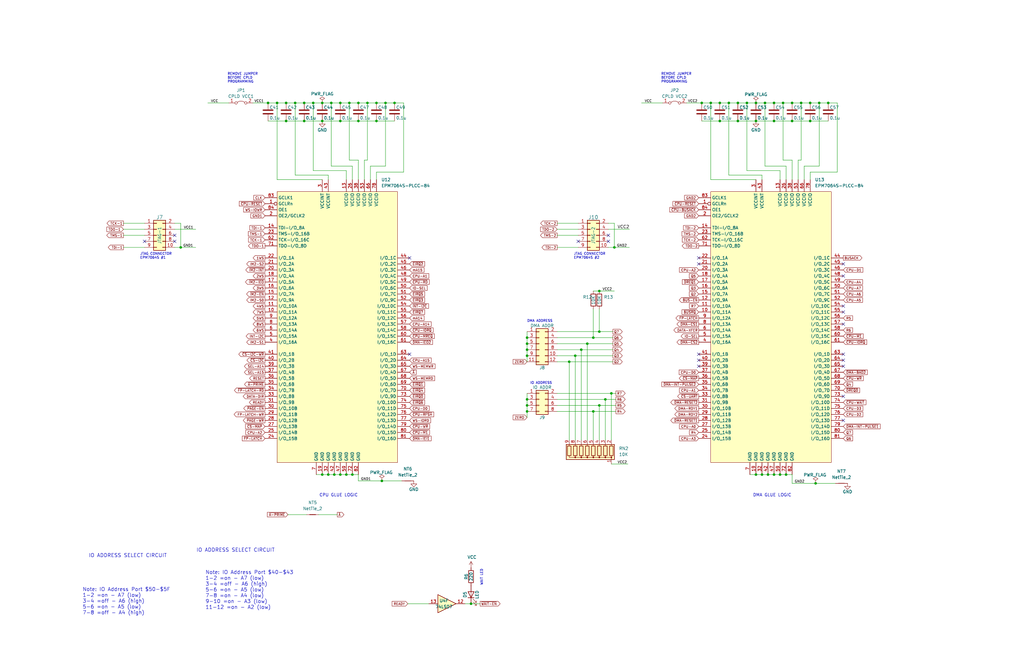
<source format=kicad_sch>
(kicad_sch (version 20211123) (generator eeschema)
  (paper "B")
  (junction (at 222.25 147.574))
  (junction (at 132.08 43.434))
  (junction (at 318.77 200.279))
  (junction (at 257.81 165.989))
  (junction (at 259.08 104.394))
  (junction (at 161.036 202.946))
  (junction (at 135.89 51.054))
  (junction (at 311.15 43.434))
  (junction (at 222.25 150.114))
  (junction (at 252.73 122.809))
  (junction (at 116.84 43.434))
  (junction (at 76.2 104.394))
  (junction (at 345.44 43.434))
  (junction (at 162.56 43.434))
  (junction (at 151.13 43.434))
  (junction (at 143.51 200.279))
  (junction (at 135.89 43.434))
  (junction (at 321.31 200.279))
  (junction (at 318.77 43.434))
  (junction (at 337.82 43.434))
  (junction (at 303.53 51.054))
  (junction (at 222.25 171.069))
  (junction (at 311.15 51.054))
  (junction (at 326.39 200.279))
  (junction (at 166.37 43.434))
  (junction (at 307.34 43.434))
  (junction (at 158.75 43.434))
  (junction (at 314.96 43.434))
  (junction (at 330.2 43.434))
  (junction (at 252.73 139.954))
  (junction (at 349.25 43.434))
  (junction (at 146.05 200.279))
  (junction (at 322.58 43.434))
  (junction (at 154.94 43.434))
  (junction (at 323.85 200.279))
  (junction (at 255.27 168.529))
  (junction (at 138.43 200.279))
  (junction (at 222.25 168.529))
  (junction (at 331.47 200.279))
  (junction (at 295.91 43.434))
  (junction (at 328.93 200.279))
  (junction (at 120.65 51.054))
  (junction (at 326.39 43.434))
  (junction (at 158.75 51.054))
  (junction (at 318.77 51.054))
  (junction (at 124.46 43.434))
  (junction (at 148.59 200.279))
  (junction (at 334.01 43.434))
  (junction (at 303.53 43.434))
  (junction (at 341.63 43.434))
  (junction (at 222.25 142.494))
  (junction (at 247.65 145.034))
  (junction (at 240.03 152.654))
  (junction (at 222.25 173.609))
  (junction (at 135.89 200.279))
  (junction (at 252.73 171.069))
  (junction (at 242.57 150.114))
  (junction (at 334.01 51.054))
  (junction (at 120.65 43.434))
  (junction (at 140.97 200.279))
  (junction (at 245.11 147.574))
  (junction (at 143.51 51.054))
  (junction (at 143.51 43.434))
  (junction (at 341.63 51.054))
  (junction (at 151.13 51.054))
  (junction (at 250.19 173.609))
  (junction (at 250.19 142.494))
  (junction (at 222.25 145.034))
  (junction (at 128.27 51.054))
  (junction (at 326.39 51.054))
  (junction (at 198.628 254.762))
  (junction (at 139.7 43.434))
  (junction (at 343.916 203.962))
  (junction (at 147.32 43.434))
  (junction (at 299.72 43.434))
  (junction (at 128.27 43.434))
  (junction (at 113.03 43.434))
  (no_connect (at 256.54 99.314))
  (no_connect (at 294.64 152.019))
  (no_connect (at 60.96 101.854))
  (no_connect (at 355.6 167.259))
  (no_connect (at 294.64 154.559))
  (no_connect (at 355.6 116.459))
  (no_connect (at 355.6 129.159))
  (no_connect (at 355.6 136.779))
  (no_connect (at 172.72 149.479))
  (no_connect (at 355.6 149.479))
  (no_connect (at 294.64 111.379))
  (no_connect (at 355.6 131.699))
  (no_connect (at 256.54 101.854))
  (no_connect (at 73.66 101.854))
  (no_connect (at 355.6 177.419))
  (no_connect (at 243.84 101.854))
  (no_connect (at 73.66 99.314))
  (no_connect (at 294.64 149.479))
  (no_connect (at 172.72 108.839))
  (no_connect (at 355.6 152.019))
  (no_connect (at 355.6 111.379))
  (no_connect (at 355.6 154.559))
  (no_connect (at 294.64 108.839))
  (wire (pts (xy 222.25 145.034) (xy 222.25 147.574)))
  (wire (pts (xy 311.15 51.054) (xy 318.77 51.054)))
  (wire (pts (xy 250.19 130.429) (xy 250.19 142.494)))
  (wire (pts (xy 151.13 202.946) (xy 161.036 202.946)))
  (wire (pts (xy 222.25 142.494) (xy 222.25 145.034)))
  (wire (pts (xy 162.56 43.434) (xy 162.56 70.104)))
  (wire (pts (xy 242.57 150.114) (xy 258.445 150.114)))
  (wire (pts (xy 299.72 43.434) (xy 299.72 75.819)))
  (wire (pts (xy 138.43 200.279) (xy 140.97 200.279)))
  (wire (pts (xy 240.03 152.654) (xy 258.445 152.654)))
  (wire (pts (xy 148.59 75.819) (xy 148.59 70.104)))
  (wire (pts (xy 336.55 75.819) (xy 336.55 67.564)))
  (wire (pts (xy 116.84 43.434) (xy 120.65 43.434)))
  (wire (pts (xy 60.96 94.234) (xy 52.07 94.234)))
  (wire (pts (xy 151.13 67.564) (xy 151.13 75.819)))
  (wire (pts (xy 147.32 43.434) (xy 151.13 43.434)))
  (wire (pts (xy 222.25 173.609) (xy 222.25 176.149)))
  (wire (pts (xy 147.32 43.434) (xy 147.32 67.564)))
  (wire (pts (xy 133.35 200.279) (xy 135.89 200.279)))
  (wire (pts (xy 318.77 200.279) (xy 321.31 200.279)))
  (wire (pts (xy 143.51 51.054) (xy 151.13 51.054)))
  (wire (pts (xy 120.65 43.434) (xy 124.46 43.434)))
  (wire (pts (xy 134.366 217.17) (xy 142.24 217.17)))
  (wire (pts (xy 242.57 150.114) (xy 242.57 185.674)))
  (wire (pts (xy 156.21 70.104) (xy 156.21 75.819)))
  (wire (pts (xy 330.2 67.564) (xy 334.01 67.564)))
  (wire (pts (xy 158.75 43.434) (xy 162.56 43.434)))
  (wire (pts (xy 135.89 51.054) (xy 143.51 51.054)))
  (wire (pts (xy 196.088 254.762) (xy 198.628 254.762)))
  (wire (pts (xy 124.46 73.914) (xy 124.46 43.434)))
  (wire (pts (xy 331.47 75.819) (xy 331.47 70.104)))
  (wire (pts (xy 334.01 43.434) (xy 337.82 43.434)))
  (wire (pts (xy 87.63 43.434) (xy 96.52 43.434)))
  (wire (pts (xy 257.81 165.989) (xy 257.81 185.674)))
  (wire (pts (xy 252.73 171.069) (xy 252.73 185.674)))
  (wire (pts (xy 252.73 122.809) (xy 259.08 122.809)))
  (wire (pts (xy 121.412 217.17) (xy 129.286 217.17)))
  (wire (pts (xy 146.05 200.279) (xy 148.59 200.279)))
  (wire (pts (xy 316.23 200.279) (xy 318.77 200.279)))
  (wire (pts (xy 255.27 168.529) (xy 255.27 185.674)))
  (wire (pts (xy 259.715 171.069) (xy 252.73 171.069)))
  (wire (pts (xy 314.96 72.009) (xy 328.93 72.009)))
  (wire (pts (xy 341.63 51.054) (xy 349.25 51.054)))
  (wire (pts (xy 334.01 67.564) (xy 334.01 75.819)))
  (wire (pts (xy 318.77 51.054) (xy 326.39 51.054)))
  (wire (pts (xy 250.19 173.609) (xy 234.95 173.609)))
  (wire (pts (xy 349.25 43.434) (xy 353.06 43.434)))
  (wire (pts (xy 52.07 99.314) (xy 60.96 99.314)))
  (wire (pts (xy 334.01 51.054) (xy 341.63 51.054)))
  (wire (pts (xy 259.715 173.609) (xy 250.19 173.609)))
  (wire (pts (xy 147.32 67.564) (xy 151.13 67.564)))
  (wire (pts (xy 259.08 104.394) (xy 265.43 104.394)))
  (wire (pts (xy 166.37 43.434) (xy 170.18 43.434)))
  (wire (pts (xy 256.54 96.774) (xy 265.43 96.774)))
  (wire (pts (xy 234.95 147.574) (xy 245.11 147.574)))
  (wire (pts (xy 151.13 51.054) (xy 158.75 51.054)))
  (wire (pts (xy 307.34 73.914) (xy 307.34 43.434)))
  (wire (pts (xy 345.44 43.434) (xy 345.44 70.104)))
  (wire (pts (xy 234.95 139.954) (xy 252.73 139.954)))
  (wire (pts (xy 334.01 203.962) (xy 343.916 203.962)))
  (wire (pts (xy 222.25 168.529) (xy 222.25 171.069)))
  (wire (pts (xy 73.66 94.234) (xy 76.2 94.234)))
  (wire (pts (xy 303.53 43.434) (xy 307.34 43.434)))
  (wire (pts (xy 245.11 147.574) (xy 245.11 185.674)))
  (wire (pts (xy 120.65 51.054) (xy 128.27 51.054)))
  (wire (pts (xy 234.95 165.989) (xy 257.81 165.989)))
  (wire (pts (xy 299.72 75.819) (xy 318.77 75.819)))
  (wire (pts (xy 171.958 254.762) (xy 180.848 254.762)))
  (wire (pts (xy 132.08 43.434) (xy 132.08 72.009)))
  (wire (pts (xy 234.95 104.394) (xy 243.84 104.394)))
  (wire (pts (xy 138.43 73.914) (xy 124.46 73.914)))
  (wire (pts (xy 336.55 67.564) (xy 337.82 67.564)))
  (wire (pts (xy 311.15 43.434) (xy 314.96 43.434)))
  (wire (pts (xy 154.94 43.434) (xy 158.75 43.434)))
  (wire (pts (xy 321.31 75.819) (xy 321.31 73.914)))
  (wire (pts (xy 202.438 254.762) (xy 198.628 254.762)))
  (wire (pts (xy 321.31 73.914) (xy 307.34 73.914)))
  (wire (pts (xy 148.59 70.104) (xy 139.7 70.104)))
  (wire (pts (xy 341.63 43.434) (xy 345.44 43.434)))
  (wire (pts (xy 337.82 67.564) (xy 337.82 43.434)))
  (wire (pts (xy 255.27 168.529) (xy 259.715 168.529)))
  (wire (pts (xy 139.7 43.434) (xy 143.51 43.434)))
  (wire (pts (xy 151.13 43.434) (xy 154.94 43.434)))
  (wire (pts (xy 250.19 173.609) (xy 250.19 185.674)))
  (wire (pts (xy 143.51 200.279) (xy 146.05 200.279)))
  (wire (pts (xy 76.2 94.234) (xy 76.2 104.394)))
  (wire (pts (xy 146.05 72.009) (xy 146.05 75.819)))
  (wire (pts (xy 341.63 75.819) (xy 341.63 72.644)))
  (wire (pts (xy 353.06 72.644) (xy 353.06 43.434)))
  (wire (pts (xy 162.56 43.434) (xy 166.37 43.434)))
  (wire (pts (xy 318.77 43.434) (xy 322.58 43.434)))
  (wire (pts (xy 128.27 51.054) (xy 135.89 51.054)))
  (wire (pts (xy 234.95 99.314) (xy 243.84 99.314)))
  (wire (pts (xy 222.25 139.954) (xy 222.25 142.494)))
  (wire (pts (xy 259.08 94.234) (xy 259.08 104.394)))
  (wire (pts (xy 161.036 202.946) (xy 169.418 202.946)))
  (wire (pts (xy 257.81 195.834) (xy 264.795 195.834)))
  (wire (pts (xy 256.54 94.234) (xy 259.08 94.234)))
  (wire (pts (xy 341.63 72.644) (xy 353.06 72.644)))
  (wire (pts (xy 328.93 200.279) (xy 331.47 200.279)))
  (wire (pts (xy 116.84 43.434) (xy 116.84 75.819)))
  (wire (pts (xy 326.39 200.279) (xy 328.93 200.279)))
  (wire (pts (xy 295.91 43.434) (xy 299.72 43.434)))
  (wire (pts (xy 113.03 43.434) (xy 116.84 43.434)))
  (wire (pts (xy 135.89 200.279) (xy 138.43 200.279)))
  (wire (pts (xy 158.75 75.819) (xy 158.75 72.644)))
  (wire (pts (xy 295.91 51.054) (xy 303.53 51.054)))
  (wire (pts (xy 326.39 43.434) (xy 330.2 43.434)))
  (wire (pts (xy 234.95 168.529) (xy 255.27 168.529)))
  (wire (pts (xy 243.84 94.234) (xy 234.95 94.234)))
  (wire (pts (xy 303.53 51.054) (xy 311.15 51.054)))
  (wire (pts (xy 321.31 200.279) (xy 323.85 200.279)))
  (wire (pts (xy 250.19 122.809) (xy 252.73 122.809)))
  (wire (pts (xy 234.95 152.654) (xy 240.03 152.654)))
  (wire (pts (xy 337.82 43.434) (xy 341.63 43.434)))
  (wire (pts (xy 270.51 43.434) (xy 279.4 43.434)))
  (wire (pts (xy 116.84 75.819) (xy 135.89 75.819)))
  (wire (pts (xy 153.67 75.819) (xy 153.67 67.564)))
  (wire (pts (xy 106.68 43.434) (xy 113.03 43.434)))
  (wire (pts (xy 343.916 203.962) (xy 352.298 203.962)))
  (wire (pts (xy 234.95 142.494) (xy 250.19 142.494)))
  (wire (pts (xy 73.66 104.394) (xy 76.2 104.394)))
  (wire (pts (xy 307.34 43.434) (xy 311.15 43.434)))
  (wire (pts (xy 135.89 43.434) (xy 139.7 43.434)))
  (wire (pts (xy 222.25 147.574) (xy 222.25 150.114)))
  (wire (pts (xy 323.85 200.279) (xy 326.39 200.279)))
  (wire (pts (xy 245.11 147.574) (xy 258.445 147.574)))
  (wire (pts (xy 299.72 43.434) (xy 303.53 43.434)))
  (wire (pts (xy 52.07 104.394) (xy 60.96 104.394)))
  (wire (pts (xy 148.59 200.279) (xy 151.13 200.279)))
  (wire (pts (xy 158.75 51.054) (xy 166.37 51.054)))
  (wire (pts (xy 345.44 43.434) (xy 349.25 43.434)))
  (wire (pts (xy 73.66 96.774) (xy 82.55 96.774)))
  (wire (pts (xy 289.56 43.434) (xy 295.91 43.434)))
  (wire (pts (xy 113.03 51.054) (xy 120.65 51.054)))
  (wire (pts (xy 322.58 43.434) (xy 326.39 43.434)))
  (wire (pts (xy 331.47 200.279) (xy 334.01 200.279)))
  (wire (pts (xy 234.95 145.034) (xy 247.65 145.034)))
  (wire (pts (xy 252.73 171.069) (xy 234.95 171.069)))
  (wire (pts (xy 334.01 200.279) (xy 334.01 203.962)))
  (wire (pts (xy 247.65 145.034) (xy 258.445 145.034)))
  (wire (pts (xy 143.51 43.434) (xy 147.32 43.434)))
  (wire (pts (xy 252.73 139.954) (xy 258.445 139.954)))
  (wire (pts (xy 139.7 70.104) (xy 139.7 43.434)))
  (wire (pts (xy 328.93 72.009) (xy 328.93 75.819)))
  (wire (pts (xy 331.47 70.104) (xy 322.58 70.104)))
  (wire (pts (xy 257.81 165.989) (xy 259.715 165.989)))
  (wire (pts (xy 162.56 70.104) (xy 156.21 70.104)))
  (wire (pts (xy 132.08 72.009) (xy 146.05 72.009)))
  (wire (pts (xy 250.19 142.494) (xy 258.445 142.494)))
  (wire (pts (xy 330.2 43.434) (xy 334.01 43.434)))
  (wire (pts (xy 222.25 171.069) (xy 222.25 173.609)))
  (wire (pts (xy 138.43 75.819) (xy 138.43 73.914)))
  (wire (pts (xy 234.95 150.114) (xy 242.57 150.114)))
  (wire (pts (xy 240.03 152.654) (xy 240.03 185.674)))
  (wire (pts (xy 256.54 104.394) (xy 259.08 104.394)))
  (wire (pts (xy 326.39 51.054) (xy 334.01 51.054)))
  (wire (pts (xy 339.09 70.104) (xy 339.09 75.819)))
  (wire (pts (xy 132.08 43.434) (xy 135.89 43.434)))
  (wire (pts (xy 140.97 200.279) (xy 143.51 200.279)))
  (wire (pts (xy 345.44 70.104) (xy 339.09 70.104)))
  (wire (pts (xy 322.58 70.104) (xy 322.58 43.434)))
  (wire (pts (xy 314.96 43.434) (xy 314.96 72.009)))
  (wire (pts (xy 151.13 200.279) (xy 151.13 202.946)))
  (wire (pts (xy 158.75 72.644) (xy 170.18 72.644)))
  (wire (pts (xy 76.2 104.394) (xy 82.55 104.394)))
  (wire (pts (xy 128.27 43.434) (xy 132.08 43.434)))
  (wire (pts (xy 154.94 67.564) (xy 154.94 43.434)))
  (wire (pts (xy 170.18 72.644) (xy 170.18 43.434)))
  (wire (pts (xy 243.84 96.774) (xy 234.95 96.774)))
  (wire (pts (xy 153.67 67.564) (xy 154.94 67.564)))
  (wire (pts (xy 247.65 145.034) (xy 247.65 185.674)))
  (wire (pts (xy 330.2 43.434) (xy 330.2 67.564)))
  (wire (pts (xy 60.96 96.774) (xy 52.07 96.774)))
  (wire (pts (xy 222.25 150.114) (xy 222.25 152.654)))
  (wire (pts (xy 314.96 43.434) (xy 318.77 43.434)))
  (wire (pts (xy 124.46 43.434) (xy 128.27 43.434)))
  (wire (pts (xy 252.73 130.429) (xy 252.73 139.954)))
  (wire (pts (xy 222.25 165.989) (xy 222.25 168.529)))
  (text "CPU GLUE LOGIC" (at 134.62 209.804 0) (effects (font (size 1.27 1.27)) (justify left bottom)))
  (text "JTAG CONNECTOR\nEPM7064S #1" (at 59.055 109.474 0) (effects (font (size 1.016 1.016)) (justify left bottom)))
  (text "Note: IO Address Port $40-$43\n1-2 =on - A7 (low)\n3-4 =off - A6 (high)\n5-6 =on - A5 (low)\n7-8 =on - A4 (low)\n9-10 =on - A3 (low)\n11-12 =on - A2 (low)" (at 86.614 257.302 0) (effects (font (size 1.524 1.524)) (justify left bottom)))
  (text "REMOVE JUMPER\nBEFORE CPLD\nPROGRAMMING" (at 95.885 35.179 0) (effects (font (size 1.016 1.016)) (justify left bottom)))
  (text "IO ADDRESS" (at 223.52 162.306 0) (effects (font (size 1.016 1.016)) (justify left bottom)))
  (text "DMA ADDRESS" (at 222.25 136.144 0) (effects (font (size 1.016 1.016)) (justify left bottom)))
  (text "DMA GLUE LOGIC" (at 317.5 209.804 0) (effects (font (size 1.27 1.27)) (justify left bottom)))
  (text "IO ADDRESS SELECT CIRCUIT" (at 82.804 233.172 0) (effects (font (size 1.524 1.524)) (justify left bottom)))
  (text "Note: IO Address Port $50-$5F\n1-2 =on - A7 (low)\n3-4 =off - A6 (high)\n5-6 =on - A5 (low)\n7-8 =off - A4 (high)" (at 34.798 259.588 0) (effects (font (size 1.524 1.524)) (justify left bottom)))
  (text "JTAG CONNECTOR\nEPM7064S #2" (at 241.935 109.474 0) (effects (font (size 1.016 1.016)) (justify left bottom)))
  (text "IO ADDRESS SELECT CIRCUIT" (at 37.338 235.458 0) (effects (font (size 1.524 1.524)) (justify left bottom)))
  (text "REMOVE JUMPER\nBEFORE CPLD\nPROGRAMMING" (at 278.765 35.179 0) (effects (font (size 1.016 1.016)) (justify left bottom)))
  (text "WAIT LED" (at 203.708 247.142 90) (effects (font (size 1.016 1.016)) (justify left bottom)))
  (label "GND1" (at 77.216 104.394 0) (effects (font (size 1.016 1.016))))
  (label "VCC2" (at 254 122.809 0) (effects (font (size 1.016 1.016))))
  (label "VCC2" (at 260.35 195.834 0) (effects (font (size 1.016 1.016))))
  (label "VCC1" (at 77.47 96.774 0) (effects (font (size 1.016 1.016))))
  (label "GND2" (at 335.026 203.962 0) (effects (font (size 1.016 1.016))))
  (label "VCC2" (at 260.35 96.774 0))
  (label "GND2" (at 260.096 104.394 0) (effects (font (size 1.016 1.016))))
  (label "VCC2" (at 290.068 43.434 0) (effects (font (size 1.016 1.016))))
  (label "VCC" (at 271.78 43.434 0) (effects (font (size 1.016 1.016))))
  (label "GND1" (at 152.146 202.946 0) (effects (font (size 1.016 1.016))))
  (label "VCC" (at 88.9 43.434 0) (effects (font (size 1.016 1.016))))
  (label "VCC1" (at 107.188 43.434 0) (effects (font (size 1.016 1.016))))
  (global_label "3WS" (shape output) (at 111.76 121.539 180) (effects (font (size 1.016 1.016))) (property "Intersheet References" "${INTERSHEET_REFS}" (effects hide)))
  (global_label "~{CPU-RFSH}" (shape input) (at 172.72 174.879 0) (effects (font (size 1.016 1.016))) (property "Intersheet References" "${INTERSHEET_REFS}" (effects hide)))
  (global_label "TDO-1" (shape output) (at 111.76 103.759 180) (effects (font (size 1.016 1.016))) (property "Intersheet References" "${INTERSHEET_REFS}" (effects hide)))
  (global_label "CPU-A2" (shape input) (at 111.76 182.499 180) (effects (font (size 1.016 1.016))) (property "Intersheet References" "${INTERSHEET_REFS}" (effects hide)))
  (global_label "~{EIRQ7}" (shape input) (at 172.72 131.699 0) (effects (font (size 1.016 1.016))) (property "Intersheet References" "${INTERSHEET_REFS}" (effects hide)))
  (global_label "CPU-A1" (shape input) (at 294.64 164.719 180) (effects (font (size 1.016 1.016))) (property "Intersheet References" "${INTERSHEET_REFS}" (effects hide)))
  (global_label "~{EIRQ4}" (shape input) (at 172.72 164.719 0) (effects (font (size 1.016 1.016))) (property "Intersheet References" "${INTERSHEET_REFS}" (effects hide)))
  (global_label "~{EIRQ1}" (shape input) (at 172.72 162.179 0) (effects (font (size 1.016 1.016))) (property "Intersheet References" "${INTERSHEET_REFS}" (effects hide)))
  (global_label "~{EIRQ6}" (shape input) (at 172.72 169.799 0) (effects (font (size 1.016 1.016))) (property "Intersheet References" "${INTERSHEET_REFS}" (effects hide)))
  (global_label "~{DMA-IEI1}" (shape input) (at 172.72 185.039 0) (effects (font (size 1.016 1.016))) (property "Intersheet References" "${INTERSHEET_REFS}" (effects hide)))
  (global_label "~{DREQ1}" (shape input) (at 294.64 118.999 180) (effects (font (size 1.016 1.016))) (property "Intersheet References" "${INTERSHEET_REFS}" (effects hide)))
  (global_label "~{FP-LATCH}" (shape output) (at 294.64 134.239 180) (effects (font (size 1.016 1.016))) (property "Intersheet References" "${INTERSHEET_REFS}" (effects hide)))
  (global_label "~{CPU-RD}" (shape input) (at 172.72 118.999 0) (effects (font (size 1.016 1.016))) (property "Intersheet References" "${INTERSHEET_REFS}" (effects hide)))
  (global_label "TMS-2" (shape output) (at 234.95 99.314 180) (effects (font (size 1.016 1.016))) (property "Intersheet References" "${INTERSHEET_REFS}" (effects hide)))
  (global_label "~{DMA-INT-PULSE1}" (shape input) (at 355.6 179.959 0) (effects (font (size 1.016 1.016))) (property "Intersheet References" "${INTERSHEET_REFS}" (effects hide)))
  (global_label "Q3" (shape output) (at 258.445 150.114 0) (effects (font (size 1.016 1.016))) (property "Intersheet References" "${INTERSHEET_REFS}" (effects hide)))
  (global_label "~{CPU-IORQ}" (shape input) (at 172.72 139.319 0) (effects (font (size 1.016 1.016))) (property "Intersheet References" "${INTERSHEET_REFS}" (effects hide)))
  (global_label "DMA-RDY2" (shape output) (at 294.64 174.879 180) (effects (font (size 1.016 1.016))) (property "Intersheet References" "${INTERSHEET_REFS}" (effects hide)))
  (global_label "CPU-D0" (shape input) (at 172.72 172.339 0) (effects (font (size 1.016 1.016))) (property "Intersheet References" "${INTERSHEET_REFS}" (effects hide)))
  (global_label "IM2-S2" (shape output) (at 111.76 111.379 180) (effects (font (size 1.016 1.016))) (property "Intersheet References" "${INTERSHEET_REFS}" (effects hide)))
  (global_label "DMA-RDY1" (shape output) (at 294.64 172.339 180) (effects (font (size 1.016 1.016))) (property "Intersheet References" "${INTERSHEET_REFS}" (effects hide)))
  (global_label "~{CPU-M1}" (shape input) (at 355.6 141.859 0) (effects (font (size 1.016 1.016))) (property "Intersheet References" "${INTERSHEET_REFS}" (effects hide)))
  (global_label "CPU-A0" (shape input) (at 294.64 179.959 180) (effects (font (size 1.016 1.016))) (property "Intersheet References" "${INTERSHEET_REFS}" (effects hide)))
  (global_label "~{A}" (shape input) (at 172.72 157.099 0) (effects (font (size 1.016 1.016))) (property "Intersheet References" "${INTERSHEET_REFS}" (effects hide)))
  (global_label "~{CS-I2C}" (shape output) (at 111.76 152.019 180) (effects (font (size 1.016 1.016))) (property "Intersheet References" "${INTERSHEET_REFS}" (effects hide)))
  (global_label "READY" (shape input) (at 171.958 254.762 180) (effects (font (size 1.016 1.016))) (property "Intersheet References" "${INTERSHEET_REFS}" (effects hide)))
  (global_label "~{CPU-MREQ}" (shape input) (at 172.72 141.859 0) (effects (font (size 1.016 1.016))) (property "Intersheet References" "${INTERSHEET_REFS}" (effects hide)))
  (global_label "~{IM2-EN}" (shape output) (at 111.76 124.079 180) (effects (font (size 1.016 1.016))) (property "Intersheet References" "${INTERSHEET_REFS}" (effects hide)))
  (global_label "WS-IORD" (shape input) (at 172.72 177.419 0) (effects (font (size 1.016 1.016))) (property "Intersheet References" "${INTERSHEET_REFS}" (effects hide)))
  (global_label "~{INT-I2C}" (shape input) (at 172.72 129.159 0) (effects (font (size 1.016 1.016))) (property "Intersheet References" "${INTERSHEET_REFS}" (effects hide)))
  (global_label "1WS" (shape output) (at 111.76 108.839 180) (effects (font (size 1.016 1.016))) (property "Intersheet References" "${INTERSHEET_REFS}" (effects hide)))
  (global_label "~{DMA-CS2}" (shape output) (at 294.64 144.399 180) (effects (font (size 1.016 1.016))) (property "Intersheet References" "${INTERSHEET_REFS}" (effects hide)))
  (global_label "~{EIRQ5}" (shape input) (at 172.72 124.079 0) (effects (font (size 1.016 1.016))) (property "Intersheet References" "${INTERSHEET_REFS}" (effects hide)))
  (global_label "~{CS-MAP}" (shape output) (at 294.64 159.639 180) (effects (font (size 1.016 1.016))) (property "Intersheet References" "${INTERSHEET_REFS}" (effects hide)))
  (global_label "TCK-1" (shape output) (at 52.07 94.234 180) (effects (font (size 1.016 1.016))) (property "Intersheet References" "${INTERSHEET_REFS}" (effects hide)))
  (global_label "6WS" (shape output) (at 111.76 139.319 180) (effects (font (size 1.016 1.016))) (property "Intersheet References" "${INTERSHEET_REFS}" (effects hide)))
  (global_label "CPU-A3" (shape input) (at 294.64 185.039 180) (effects (font (size 1.016 1.016))) (property "Intersheet References" "${INTERSHEET_REFS}" (effects hide)))
  (global_label "mA15" (shape input) (at 172.72 113.919 0) (effects (font (size 1.016 1.016))) (property "Intersheet References" "${INTERSHEET_REFS}" (effects hide)))
  (global_label "TMS-2" (shape input) (at 294.64 98.679 180) (effects (font (size 1.016 1.016))) (property "Intersheet References" "${INTERSHEET_REFS}" (effects hide)))
  (global_label "R7" (shape input) (at 294.64 129.159 180) (effects (font (size 1.016 1.016))) (property "Intersheet References" "${INTERSHEET_REFS}" (effects hide)))
  (global_label "Q2" (shape output) (at 258.445 152.654 0) (effects (font (size 1.016 1.016))) (property "Intersheet References" "${INTERSHEET_REFS}" (effects hide)))
  (global_label "TMS-1" (shape output) (at 52.07 99.314 180) (effects (font (size 1.016 1.016))) (property "Intersheet References" "${INTERSHEET_REFS}" (effects hide)))
  (global_label "~{EIRQ2}" (shape input) (at 172.72 111.379 0) (effects (font (size 1.016 1.016))) (property "Intersheet References" "${INTERSHEET_REFS}" (effects hide)))
  (global_label "CPU-A1" (shape input) (at 172.72 116.459 0) (effects (font (size 1.016 1.016))) (property "Intersheet References" "${INTERSHEET_REFS}" (effects hide)))
  (global_label "~{PAGE-EN}" (shape output) (at 111.76 172.339 180) (effects (font (size 1.016 1.016))) (property "Intersheet References" "${INTERSHEET_REFS}" (effects hide)))
  (global_label "~{DMA-RESET1}" (shape output) (at 294.64 177.419 180) (effects (font (size 1.016 1.016))) (property "Intersheet References" "${INTERSHEET_REFS}" (effects hide)))
  (global_label "~{CS-MAP}" (shape input) (at 111.76 179.959 180) (effects (font (size 1.016 1.016))) (property "Intersheet References" "${INTERSHEET_REFS}" (effects hide)))
  (global_label "CPU-A6" (shape input) (at 355.6 124.079 0) (effects (font (size 1.016 1.016))) (property "Intersheet References" "${INTERSHEET_REFS}" (effects hide)))
  (global_label "Q2" (shape input) (at 294.64 124.079 180) (effects (font (size 1.016 1.016))) (property "Intersheet References" "${INTERSHEET_REFS}" (effects hide)))
  (global_label "5WS" (shape output) (at 111.76 134.239 180) (effects (font (size 1.016 1.016))) (property "Intersheet References" "${INTERSHEET_REFS}" (effects hide)))
  (global_label "~{BUSRQ}" (shape input) (at 294.64 131.699 180) (effects (font (size 1.016 1.016))) (property "Intersheet References" "${INTERSHEET_REFS}" (effects hide)))
  (global_label "~{FP-LATCH}" (shape input) (at 111.76 185.039 180) (effects (font (size 1.016 1.016))) (property "Intersheet References" "${INTERSHEET_REFS}" (effects hide)))
  (global_label "GND2" (shape input) (at 294.64 83.439 180) (effects (font (size 1.016 1.016))) (property "Intersheet References" "${INTERSHEET_REFS}" (effects hide)))
  (global_label "SEL-A15" (shape output) (at 111.76 157.099 180) (effects (font (size 1.016 1.016))) (property "Intersheet References" "${INTERSHEET_REFS}" (effects hide)))
  (global_label "~{DMA-RESET2}" (shape output) (at 294.64 169.799 180) (effects (font (size 1.016 1.016))) (property "Intersheet References" "${INTERSHEET_REFS}" (effects hide)))
  (global_label "~{CPU-M1}" (shape input) (at 172.72 182.499 0) (effects (font (size 1.016 1.016))) (property "Intersheet References" "${INTERSHEET_REFS}" (effects hide)))
  (global_label "TCK-2" (shape output) (at 234.95 94.234 180) (effects (font (size 1.016 1.016))) (property "Intersheet References" "${INTERSHEET_REFS}" (effects hide)))
  (global_label "~{A}" (shape output) (at 142.24 217.17 0) (effects (font (size 1.016 1.016))) (property "Intersheet References" "${INTERSHEET_REFS}" (effects hide)))
  (global_label "Q6" (shape output) (at 258.445 142.494 0) (effects (font (size 1.016 1.016))) (property "Intersheet References" "${INTERSHEET_REFS}" (effects hide)))
  (global_label "TCK-1" (shape input) (at 111.76 101.219 180) (effects (font (size 1.016 1.016))) (property "Intersheet References" "${INTERSHEET_REFS}" (effects hide)))
  (global_label "CPU-D1" (shape input) (at 355.6 113.919 0) (effects (font (size 1.016 1.016))) (property "Intersheet References" "${INTERSHEET_REFS}" (effects hide)))
  (global_label "R4" (shape input) (at 294.64 182.499 180) (effects (font (size 1.016 1.016))) (property "Intersheet References" "${INTERSHEET_REFS}" (effects hide)))
  (global_label "R5" (shape input) (at 355.6 134.239 0) (effects (font (size 1.016 1.016))) (property "Intersheet References" "${INTERSHEET_REFS}" (effects hide)))
  (global_label "WS-MEMRD" (shape input) (at 172.72 159.639 0) (effects (font (size 1.016 1.016))) (property "Intersheet References" "${INTERSHEET_REFS}" (effects hide)))
  (global_label "~{DMA-INT-PULSE2}" (shape input) (at 294.64 162.179 180) (effects (font (size 1.016 1.016))) (property "Intersheet References" "${INTERSHEET_REFS}" (effects hide)))
  (global_label "CLK" (shape input) (at 111.76 83.439 180) (effects (font (size 1.016 1.016))) (property "Intersheet References" "${INTERSHEET_REFS}" (effects hide)))
  (global_label "TDI-1" (shape input) (at 111.76 96.139 180) (effects (font (size 1.016 1.016))) (property "Intersheet References" "${INTERSHEET_REFS}" (effects hide)))
  (global_label "IM2-S1" (shape output) (at 111.76 144.399 180) (effects (font (size 1.016 1.016))) (property "Intersheet References" "${INTERSHEET_REFS}" (effects hide)))
  (global_label "TCK-2" (shape input) (at 294.64 101.219 180) (effects (font (size 1.016 1.016))) (property "Intersheet References" "${INTERSHEET_REFS}" (effects hide)))
  (global_label "7WS" (shape output) (at 111.76 131.699 180) (effects (font (size 1.016 1.016))) (property "Intersheet References" "${INTERSHEET_REFS}" (effects hide)))
  (global_label "TDO-2" (shape output) (at 294.64 103.759 180) (effects (font (size 1.016 1.016))) (property "Intersheet References" "${INTERSHEET_REFS}" (effects hide)))
  (global_label "READY" (shape output) (at 111.76 169.799 180) (effects (font (size 1.016 1.016))) (property "Intersheet References" "${INTERSHEET_REFS}" (effects hide)))
  (global_label "R6" (shape input) (at 355.6 139.319 0) (effects (font (size 1.016 1.016))) (property "Intersheet References" "${INTERSHEET_REFS}" (effects hide)))
  (global_label "WS-IOWR" (shape input) (at 111.76 88.519 180) (effects (font (size 1.016 1.016))) (property "Intersheet References" "${INTERSHEET_REFS}" (effects hide)))
  (global_label "~{BUS-EN}" (shape output) (at 294.64 126.619 180) (effects (font (size 1.016 1.016))) (property "Intersheet References" "${INTERSHEET_REFS}" (effects hide)))
  (global_label "~{PAGE-WR}" (shape output) (at 111.76 177.419 180) (effects (font (size 1.016 1.016))) (property "Intersheet References" "${INTERSHEET_REFS}" (effects hide)))
  (global_label "~{A-PRIME}" (shape output) (at 111.76 162.179 180) (effects (font (size 1.016 1.016))) (property "Intersheet References" "${INTERSHEET_REFS}" (effects hide)))
  (global_label "~{DREQ0}" (shape input) (at 355.6 164.719 0) (effects (font (size 1.016 1.016))) (property "Intersheet References" "${INTERSHEET_REFS}" (effects hide)))
  (global_label "~{CS-I2C-WR}" (shape output) (at 111.76 149.479 180) (effects (font (size 1.016 1.016))) (property "Intersheet References" "${INTERSHEET_REFS}" (effects hide)))
  (global_label "IO-SEL" (shape output) (at 294.64 141.859 180) (effects (font (size 1.016 1.016))) (property "Intersheet References" "${INTERSHEET_REFS}" (effects hide)))
  (global_label "~{CPU-WAIT}" (shape input) (at 355.6 169.799 0) (effects (font (size 1.016 1.016))) (property "Intersheet References" "${INTERSHEET_REFS}" (effects hide)))
  (global_label "Q5" (shape output) (at 258.445 145.034 0) (effects (font (size 1.016 1.016))) (property "Intersheet References" "${INTERSHEET_REFS}" (effects hide)))
  (global_label "4WS" (shape output) (at 111.76 129.159 180) (effects (font (size 1.016 1.016))) (property "Intersheet References" "${INTERSHEET_REFS}" (effects hide)))
  (global_label "FP-LATCH-WR" (shape output) (at 111.76 174.879 180) (effects (font (size 1.016 1.016))) (property "Intersheet References" "${INTERSHEET_REFS}" (effects hide)))
  (global_label "~{WAIT-EN}" (shape output) (at 202.438 254.762 0) (effects (font (size 1.016 1.016))) (property "Intersheet References" "${INTERSHEET_REFS}" (effects hide)))
  (global_label "TDI-2" (shape input) (at 294.64 96.139 180) (effects (font (size 1.016 1.016))) (property "Intersheet References" "${INTERSHEET_REFS}" (effects hide)))
  (global_label "~{FP-LATCH-RD}" (shape output) (at 111.76 164.719 180) (effects (font (size 1.016 1.016))) (property "Intersheet References" "${INTERSHEET_REFS}" (effects hide)))
  (global_label "Q7" (shape output) (at 258.445 139.954 0) (effects (font (size 1.016 1.016))) (property "Intersheet References" "${INTERSHEET_REFS}" (effects hide)))
  (global_label "Q4" (shape input) (at 355.6 162.179 0) (effects (font (size 1.016 1.016))) (property "Intersheet References" "${INTERSHEET_REFS}" (effects hide)))
  (global_label "~{CPU-WR}" (shape input) (at 355.6 159.639 0) (effects (font (size 1.016 1.016))) (property "Intersheet References" "${INTERSHEET_REFS}" (effects hide)))
  (global_label "CPU-D2" (shape input) (at 355.6 174.879 0) (effects (font (size 1.016 1.016))) (property "Intersheet References" "${INTERSHEET_REFS}" (effects hide)))
  (global_label "IM2-S0" (shape output) (at 111.76 126.619 180) (effects (font (size 1.016 1.016))) (property "Intersheet References" "${INTERSHEET_REFS}" (effects hide)))
  (global_label "~{IM2-INT}" (shape output) (at 111.76 113.919 180) (effects (font (size 1.016 1.016))) (property "Intersheet References" "${INTERSHEET_REFS}" (effects hide)))
  (global_label "CPU-D3" (shape input) (at 355.6 172.339 0) (effects (font (size 1.016 1.016))) (property "Intersheet References" "${INTERSHEET_REFS}" (effects hide)))
  (global_label "~{CPU-IORQ}" (shape input) (at 355.6 144.399 0) (effects (font (size 1.016 1.016))) (property "Intersheet References" "${INTERSHEET_REFS}" (effects hide)))
  (global_label "BUSACK" (shape output) (at 355.6 108.839 0) (effects (font (size 1.016 1.016))) (property "Intersheet References" "${INTERSHEET_REFS}" (effects hide)))
  (global_label "GND1" (shape input) (at 111.76 91.059 180) (effects (font (size 1.016 1.016))) (property "Intersheet References" "${INTERSHEET_REFS}" (effects hide)))
  (global_label "Q7" (shape input) (at 355.6 182.499 0) (effects (font (size 1.016 1.016))) (property "Intersheet References" "${INTERSHEET_REFS}" (effects hide)))
  (global_label "CPU-A14" (shape input) (at 172.72 136.779 0) (effects (font (size 1.016 1.016))) (property "Intersheet References" "${INTERSHEET_REFS}" (effects hide)))
  (global_label "~{EIRQ0}" (shape input) (at 172.72 167.259 0) (effects (font (size 1.016 1.016))) (property "Intersheet References" "${INTERSHEET_REFS}" (effects hide)))
  (global_label "Q3" (shape input) (at 294.64 121.539 180) (effects (font (size 1.016 1.016))) (property "Intersheet References" "${INTERSHEET_REFS}" (effects hide)))
  (global_label "~{EIRQ3}" (shape input) (at 172.72 126.619 0) (effects (font (size 1.016 1.016))) (property "Intersheet References" "${INTERSHEET_REFS}" (effects hide)))
  (global_label "~{DMA-CS1}" (shape output) (at 294.64 136.779 180) (effects (font (size 1.016 1.016))) (property "Intersheet References" "${INTERSHEET_REFS}" (effects hide)))
  (global_label "TDI-2" (shape output) (at 234.95 104.394 180) (effects (font (size 1.016 1.016))) (property "Intersheet References" "${INTERSHEET_REFS}" (effects hide)))
  (global_label "DATA-XFER" (shape output) (at 294.64 139.319 180) (effects (font (size 1.016 1.016))) (property "Intersheet References" "${INTERSHEET_REFS}" (effects hide)))
  (global_label "~{CPU-RESET}" (shape input) (at 294.64 85.979 180) (effects (font (size 1.016 1.016))) (property "Intersheet References" "${INTERSHEET_REFS}" (effects hide)))
  (global_label "GND2" (shape input) (at 294.64 91.059 180) (effects (font (size 1.016 1.016))) (property "Intersheet References" "${INTERSHEET_REFS}" (effects hide)))
  (global_label "R6" (shape output) (at 259.715 168.529 0) (effects (font (size 1.016 1.016))) (property "Intersheet References" "${INTERSHEET_REFS}" (effects hide)))
  (global_label "TDO-2" (shape input) (at 234.95 96.774 180) (effects (font (size 1.016 1.016))) (property "Intersheet References" "${INTERSHEET_REFS}" (effects hide)))
  (global_label "Q4" (shape output) (at 258.445 147.574 0) (effects (font (size 1.016 1.016))) (property "Intersheet References" "${INTERSHEET_REFS}" (effects hide)))
  (global_label "8WS" (shape output) (at 111.76 136.779 180) (effects (font (size 1.016 1.016))) (property "Intersheet References" "${INTERSHEET_REFS}" (effects hide)))
  (global_label "DATA-DIR" (shape output) (at 111.76 167.259 180) (effects (font (size 1.016 1.016))) (property "Intersheet References" "${INTERSHEET_REFS}" (effects hide)))
  (global_label "CPU-A7" (shape input) (at 355.6 121.539 0) (effects (font (size 1.016 1.016))) (property "Intersheet References" "${INTERSHEET_REFS}" (effects hide)))
  (global_label "ZERO" (shape input) (at 222.25 176.149 180) (effects (font (size 1.016 1.016))) (property "Intersheet References" "${INTERSHEET_REFS}" (effects hide)))
  (global_label "R7" (shape output) (at 259.715 165.989 0) (effects (font (size 1.016 1.016))) (property "Intersheet References" "${INTERSHEET_REFS}" (effects hide)))
  (global_label "CPU-A5" (shape input) (at 355.6 126.619 0) (effects (font (size 1.016 1.016))) (property "Intersheet References" "${INTERSHEET_REFS}" (effects hide)))
  (global_label "~{CPU-WR}" (shape input) (at 172.72 179.959 0) (effects (font (size 1.016 1.016))) (property "Intersheet References" "${INTERSHEET_REFS}" (effects hide)))
  (global_label "Q6" (shape input) (at 355.6 185.039 0) (effects (font (size 1.016 1.016))) (property "Intersheet References" "${INTERSHEET_REFS}" (effects hide)))
  (global_label "WS-MEMWR" (shape input) (at 172.72 154.559 0) (effects (font (size 1.016 1.016))) (property "Intersheet References" "${INTERSHEET_REFS}" (effects hide)))
  (global_label "INT-I2C" (shape output) (at 111.76 141.859 180) (effects (font (size 1.016 1.016))) (property "Intersheet References" "${INTERSHEET_REFS}" (effects hide)))
  (global_label "R5" (shape output) (at 259.715 171.069 0) (effects (font (size 1.016 1.016))) (property "Intersheet References" "${INTERSHEET_REFS}" (effects hide)))
  (global_label "CPU-A2" (shape input) (at 294.64 113.919 180) (effects (font (size 1.016 1.016))) (property "Intersheet References" "${INTERSHEET_REFS}" (effects hide)))
  (global_label "2WS" (shape output) (at 111.76 116.459 180) (effects (font (size 1.016 1.016))) (property "Intersheet References" "${INTERSHEET_REFS}" (effects hide)))
  (global_label "~{DMA-BAO2}" (shape input) (at 355.6 157.099 0) (effects (font (size 1.016 1.016))) (property "Intersheet References" "${INTERSHEET_REFS}" (effects hide)))
  (global_label "TDO-1" (shape input) (at 52.07 96.774 180) (effects (font (size 1.016 1.016))) (property "Intersheet References" "${INTERSHEET_REFS}" (effects hide)))
  (global_label "~{DMA-IEO2}" (shape input) (at 172.72 144.399 0) (effects (font (size 1.016 1.016))) (property "Intersheet References" "${INTERSHEET_REFS}" (effects hide)))
  (global_label "~{A-PRIME}" (shape input) (at 121.412 217.17 180) (effects (font (size 1.016 1.016))) (property "Intersheet References" "${INTERSHEET_REFS}" (effects hide)))
  (global_label "~{IM2-IEO}" (shape output) (at 111.76 118.999 180) (effects (font (size 1.016 1.016))) (property "Intersheet References" "${INTERSHEET_REFS}" (effects hide)))
  (global_label "CPU-A15" (shape input) (at 172.72 152.019 0) (effects (font (size 1.016 1.016))) (property "Intersheet References" "${INTERSHEET_REFS}" (effects hide)))
  (global_label "~{CS-UART}" (shape output) (at 294.64 167.259 180) (effects (font (size 1.016 1.016))) (property "Intersheet References" "${INTERSHEET_REFS}" (effects hide)))
  (global_label "TMS-1" (shape input) (at 111.76 98.679 180) (effects (font (size 1.016 1.016))) (property "Intersheet References" "${INTERSHEET_REFS}" (effects hide)))
  (global_label "IO-SEL" (shape input) (at 172.72 121.539 0) (effects (font (size 1.016 1.016))) (property "Intersheet References" "${INTERSHEET_REFS}" (effects hide)))
  (global_label "Q5" (shape input) (at 294.64 116.459 180) (effects (font (size 1.016 1.016))) (property "Intersheet References" "${INTERSHEET_REFS}" (effects hide)))
  (global_label "mA14" (shape input) (at 172.72 134.239 0) (effects (font (size 1.016 1.016))) (property "Intersheet References" "${INTERSHEET_REFS}" (effects hide)))
  (global_label "~{CPU-BUSACK}" (shape input) (at 294.64 88.519 180) (effects (font (size 1.016 1.016))) (property "Intersheet References" "${INTERSHEET_REFS}" (effects hide)))
  (global_label "TDI-1" (shape output) (at 52.07 104.394 180) (effects (font (size 1.016 1.016))) (property "Intersheet References" "${INTERSHEET_REFS}" (effects hide)))
  (global_label "SEL-A14" (shape output) (at 111.76 154.559 180) (effects (font (size 1.016 1.016))) (property "Intersheet References" "${INTERSHEET_REFS}" (effects hide)))
  (global_label "~{CPU-RESET}" (shape input) (at 111.76 85.979 180) (effects (font (size 1.016 1.016))) (property "Intersheet References" "${INTERSHEET_REFS}" (effects hide)))
  (global_label "ZERO" (shape input) (at 222.25 152.654 180) (effects (font (size 1.016 1.016))) (property "Intersheet References" "${INTERSHEET_REFS}" (effects hide)))
  (global_label "CPU-D0" (shape input) (at 294.64 157.099 180) (effects (font (size 1.016 1.016))) (property "Intersheet References" "${INTERSHEET_REFS}" (effects hide)))
  (global_label "RESET" (shape output) (at 111.76 159.639 180) (effects (font (size 1.016 1.016))) (property "Intersheet References" "${INTERSHEET_REFS}" (effects hide)))
  (global_label "R4" (shape output) (at 259.715 173.609 0) (effects (font (size 1.016 1.016))) (property "Intersheet References" "${INTERSHEET_REFS}" (effects hide)))
  (global_label "CPU-A4" (shape input) (at 355.6 118.999 0) (effects (font (size 1.016 1.016))) (property "Intersheet References" "${INTERSHEET_REFS}" (effects hide)))
  (symbol (lib_id "74xx:74LS07") (at 188.468 254.762 0) (unit 6)
    (property "Reference" "U4" (at 187.198 253.492 0))
    (property "Value" "74LS07" (at 187.198 256.032 0))
    (property "Footprint" "Package_DIP:DIP-14_W7.62mm" (effects hide))
    (property "Datasheet" "www.ti.com/lit/ds/symlink/sn74ls07.pdf" (effects hide))
  )
  (symbol (lib_id "Device:R") (at 198.628 243.332 180) (unit 1)
    (property "Reference" "R6" (at 196.596 243.332 90))
    (property "Value" "220" (at 198.628 243.332 90))
    (property "Footprint" "Resistor_THT:R_Axial_DIN0207_L6.3mm_D2.5mm_P7.62mm_Horizontal" (effects hide))
  )
  (symbol (lib_id "Device:LED") (at 198.628 250.952 90) (unit 1)
    (property "Reference" "D5" (at 196.088 250.952 0))
    (property "Value" "LED" (at 201.168 250.952 0))
    (property "Footprint" "LED_THT:LED_D3.0mm_Horizontal_O3.81mm_Z2.0mm" (effects hide))
  )
  (symbol (lib_id "power:VCC") (at 198.628 239.522 0) (unit 1)
    (property "Reference" "#PWR0155" (effects hide))
    (property "Value" "VCC" (at 199.009 235.1278 0))
  )
  (symbol (lib_id "power:GND") (at 174.498 202.946 0) (unit 1)
    (property "Reference" "#PWR010" (effects hide))
    (property "Value" "GND" (at 174.498 206.502 0))
  )
  (symbol (lib_id "Connector_Generic:Conn_02x05_Odd_Even") (at 248.92 99.314 0) (unit 1)
    (property "Reference" "J10" (at 250.19 91.694 0) (effects (font (size 1.524 1.524))))
    (property "Value" "JTAG-2" (at 250.19 99.314 90))
    (property "Footprint" "Connector_IDC:IDC-Header_2x05_P2.54mm_Vertical" (effects hide))
  )
  (symbol (lib_id "Device:R_Network08") (at 247.65 190.754 180) (unit 1)
    (property "Reference" "RN2" (at 260.985 189.2299 0) (effects (justify right)))
    (property "Value" "10K" (at 260.985 191.7699 0) (effects (justify right)))
    (property "Footprint" "Resistor_THT:R_Array_SIP9" (effects hide))
    (property "Datasheet" "http://www.vishay.com/docs/31509/csc.pdf" (effects hide))
  )
  (symbol (lib_id "power:PWR_FLAG") (at 343.916 203.962 0) (unit 1)
    (property "Reference" "#FLG0104" (effects hide))
    (property "Value" "PWR_FLAG" (at 343.662 200.406 0))
  )
  (symbol (lib_id "Jumper:Jumper_2_Bridged") (at 101.6 43.434 0) (unit 1)
    (property "Reference" "JP1" (at 101.6 38.1 0))
    (property "Value" "CPLD VCC1" (at 101.6 40.64 0))
    (property "Footprint" "Connector_PinHeader_2.54mm:PinHeader_2x01_P2.54mm_Vertical" (effects hide))
  )
  (symbol (lib_id "power:PWR_FLAG") (at 318.77 43.434 0) (unit 1)
    (property "Reference" "#FLG09" (effects hide))
    (property "Value" "PWR_FLAG" (at 318.77 39.878 0))
  )
  (symbol (lib_id "power:PWR_FLAG") (at 161.036 202.946 0) (unit 1)
    (property "Reference" "#FLG0103" (effects hide))
    (property "Value" "PWR_FLAG" (at 160.782 199.39 0))
  )
  (symbol (lib_id "power:GND") (at 135.89 51.054 0) (unit 1)
    (property "Reference" "#PWR03" (effects hide))
    (property "Value" "GND" (at 135.89 54.864 0))
  )
  (symbol (lib_id "Device:R") (at 250.19 126.619 0) (mirror y) (unit 1)
    (property "Reference" "R12" (at 245.745 125.349 0) (effects (justify right)))
    (property "Value" "10K" (at 250.19 124.714 90) (effects (justify right)))
    (property "Footprint" "Resistor_THT:R_Axial_DIN0207_L6.3mm_D2.5mm_P7.62mm_Horizontal" (effects hide))
  )
  (symbol (lib_id "Device:C") (at 326.39 47.244 0) (unit 1)
    (property "Reference" "C54" (at 327.025 45.339 0) (effects (justify left)))
    (property "Value" "0.1u" (at 327.025 49.784 0) (effects (justify left)))
    (property "Footprint" "Capacitor_THT:C_Disc_D5.0mm_W2.5mm_P5.00mm" (effects hide))
  )
  (symbol (lib_id "EPM7064S-PLCC-84:EPM7064S-PLCC-84") (at 325.12 138.049 0) (unit 1)
    (property "Reference" "U13" (at 343.6494 75.819 0) (effects (justify left)))
    (property "Value" "EPM7064S-PLCC-84" (at 343.6494 78.359 0) (effects (justify left)))
    (property "Footprint" "Package_LCC:PLCC-84_THT-Socket" (effects hide))
  )
  (symbol (lib_id "Device:C") (at 311.15 47.244 0) (unit 1)
    (property "Reference" "C52" (at 311.785 45.339 0) (effects (justify left)))
    (property "Value" "0.1u" (at 311.785 49.784 0) (effects (justify left)))
    (property "Footprint" "Capacitor_THT:C_Disc_D5.0mm_W2.5mm_P5.00mm" (effects hide))
  )
  (symbol (lib_id "Jumper:Jumper_2_Bridged") (at 284.48 43.434 0) (unit 1)
    (property "Reference" "JP2" (at 284.48 38.1 0))
    (property "Value" "CPLD VCC2" (at 284.48 40.64 0))
    (property "Footprint" "Connector_PinHeader_2.54mm:PinHeader_2x01_P2.54mm_Vertical" (effects hide))
  )
  (symbol (lib_id "power:GND") (at 357.378 203.962 0) (unit 1)
    (property "Reference" "#PWR0101" (effects hide))
    (property "Value" "GND" (at 357.378 207.518 0))
  )
  (symbol (lib_id "Device:NetTie_2") (at 131.826 217.17 0) (unit 1) (in_bom no)
    (property "Reference" "NT5" (at 131.826 212.09 0))
    (property "Value" "NetTie_2" (at 131.826 214.63 0))
    (property "Footprint" "NetTie:NetTie-2_THT_Pad0.3mm" (effects hide))
  )
  (symbol (lib_id "Connector_Generic:Conn_02x06_Odd_Even") (at 227.33 145.034 0) (unit 1)
    (property "Reference" "J8" (at 228.6 155.194 0))
    (property "Value" "DMA ADDR" (at 228.6 137.414 0))
    (property "Footprint" "Connector_PinHeader_2.54mm:PinHeader_2x06_P2.54mm_Vertical" (effects hide))
  )
  (symbol (lib_id "Device:C") (at 143.51 47.244 0) (unit 1)
    (property "Reference" "C45" (at 144.145 45.339 0) (effects (justify left)))
    (property "Value" "0.1u" (at 144.145 49.784 0) (effects (justify left)))
    (property "Footprint" "Capacitor_THT:C_Disc_D5.0mm_W2.5mm_P5.00mm" (effects hide))
  )
  (symbol (lib_id "Device:C") (at 113.03 47.244 0) (unit 1)
    (property "Reference" "C41" (at 113.665 45.339 0) (effects (justify left)))
    (property "Value" "0.1u" (at 113.665 49.784 0) (effects (justify left)))
    (property "Footprint" "Capacitor_THT:C_Disc_D5.0mm_W2.5mm_P5.00mm" (effects hide))
  )
  (symbol (lib_id "Device:C") (at 158.75 47.244 0) (unit 1)
    (property "Reference" "C48" (at 159.385 45.339 0) (effects (justify left)))
    (property "Value" "0.1u" (at 159.385 49.784 0) (effects (justify left)))
    (property "Footprint" "Capacitor_THT:C_Disc_D5.0mm_W2.5mm_P5.00mm" (effects hide))
  )
  (symbol (lib_id "Device:C") (at 166.37 47.244 0) (unit 1)
    (property "Reference" "C49" (at 167.005 45.339 0) (effects (justify left)))
    (property "Value" "0.1u" (at 167.005 49.784 0) (effects (justify left)))
    (property "Footprint" "Capacitor_THT:C_Disc_D5.0mm_W2.5mm_P5.00mm" (effects hide))
  )
  (symbol (lib_id "Device:C") (at 349.25 47.244 0) (unit 1)
    (property "Reference" "C57" (at 349.885 45.339 0) (effects (justify left)))
    (property "Value" "0.1u" (at 349.885 49.784 0) (effects (justify left)))
    (property "Footprint" "Capacitor_THT:C_Disc_D5.0mm_W2.5mm_P5.00mm" (effects hide))
  )
  (symbol (lib_id "power:GND") (at 318.77 51.054 0) (unit 1)
    (property "Reference" "#PWR027" (effects hide))
    (property "Value" "GND" (at 318.77 54.864 0))
  )
  (symbol (lib_id "Connector_Generic:Conn_02x04_Odd_Even") (at 227.33 168.529 0) (unit 1)
    (property "Reference" "J9" (at 228.6 176.149 0))
    (property "Value" "IO ADDR" (at 228.6 163.449 0))
    (property "Footprint" "Connector_PinHeader_2.54mm:PinHeader_2x04_P2.54mm_Vertical" (effects hide))
  )
  (symbol (lib_id "power:PWR_FLAG") (at 135.89 43.434 0) (unit 1)
    (property "Reference" "#FLG05" (effects hide))
    (property "Value" "PWR_FLAG" (at 135.89 39.624 0))
  )
  (symbol (lib_id "Device:C") (at 318.77 47.244 0) (unit 1)
    (property "Reference" "C53" (at 319.405 45.339 0) (effects (justify left)))
    (property "Value" "0.1u" (at 319.405 49.784 0) (effects (justify left)))
    (property "Footprint" "Capacitor_THT:C_Disc_D5.0mm_W2.5mm_P5.00mm" (effects hide))
  )
  (symbol (lib_id "Device:C") (at 295.91 47.244 0) (unit 1)
    (property "Reference" "C50" (at 296.545 45.339 0) (effects (justify left)))
    (property "Value" "0.1u" (at 296.545 49.784 0) (effects (justify left)))
    (property "Footprint" "Capacitor_THT:C_Disc_D5.0mm_W2.5mm_P5.00mm" (effects hide))
  )
  (symbol (lib_id "Device:C") (at 303.53 47.244 0) (unit 1)
    (property "Reference" "C51" (at 304.165 45.339 0) (effects (justify left)))
    (property "Value" "0.1u" (at 304.165 49.784 0) (effects (justify left)))
    (property "Footprint" "Capacitor_THT:C_Disc_D5.0mm_W2.5mm_P5.00mm" (effects hide))
  )
  (symbol (lib_id "Device:C") (at 341.63 47.244 0) (unit 1)
    (property "Reference" "C56" (at 342.265 45.339 0) (effects (justify left)))
    (property "Value" "0.1u" (at 342.265 49.784 0) (effects (justify left)))
    (property "Footprint" "Capacitor_THT:C_Disc_D5.0mm_W2.5mm_P5.00mm" (effects hide))
  )
  (symbol (lib_id "Device:C") (at 334.01 47.244 0) (unit 1)
    (property "Reference" "C55" (at 334.645 45.339 0) (effects (justify left)))
    (property "Value" "0.1u" (at 334.645 49.784 0) (effects (justify left)))
    (property "Footprint" "Capacitor_THT:C_Disc_D5.0mm_W2.5mm_P5.00mm" (effects hide))
  )
  (symbol (lib_id "Device:NetTie_2") (at 171.958 202.946 0) (unit 1) (in_bom no)
    (property "Reference" "NT6" (at 171.958 197.866 0))
    (property "Value" "NetTie_2" (at 171.958 200.406 0))
    (property "Footprint" "NetTie:NetTie-2_THT_Pad0.3mm" (effects hide))
  )
  (symbol (lib_id "Device:C") (at 120.65 47.244 0) (unit 1)
    (property "Reference" "C42" (at 121.285 45.339 0) (effects (justify left)))
    (property "Value" "0.1u" (at 121.285 49.784 0) (effects (justify left)))
    (property "Footprint" "Capacitor_THT:C_Disc_D5.0mm_W2.5mm_P5.00mm" (effects hide))
  )
  (symbol (lib_id "Device:C") (at 151.13 47.244 0) (unit 1)
    (property "Reference" "C47" (at 151.765 45.339 0) (effects (justify left)))
    (property "Value" "0.1u" (at 151.765 49.784 0) (effects (justify left)))
    (property "Footprint" "Capacitor_THT:C_Disc_D5.0mm_W2.5mm_P5.00mm" (effects hide))
  )
  (symbol (lib_id "Connector_Generic:Conn_02x05_Odd_Even") (at 66.04 99.314 0) (unit 1)
    (property "Reference" "J7" (at 67.31 91.694 0) (effects (font (size 1.524 1.524))))
    (property "Value" "JTAG-1" (at 67.31 99.314 90))
    (property "Footprint" "Connector_IDC:IDC-Header_2x05_P2.54mm_Vertical" (effects hide))
  )
  (symbol (lib_id "Device:C") (at 135.89 47.244 0) (unit 1)
    (property "Reference" "C44" (at 136.525 45.339 0) (effects (justify left)))
    (property "Value" "0.1u" (at 136.525 49.784 0) (effects (justify left)))
    (property "Footprint" "Capacitor_THT:C_Disc_D5.0mm_W2.5mm_P5.00mm" (effects hide))
  )
  (symbol (lib_id "Device:NetTie_2") (at 354.838 203.962 0) (unit 1) (in_bom no)
    (property "Reference" "NT7" (at 354.838 198.882 0))
    (property "Value" "NetTie_2" (at 354.838 201.422 0))
    (property "Footprint" "NetTie:NetTie-2_THT_Pad0.3mm" (effects hide))
  )
  (symbol (lib_id "Device:R") (at 252.73 126.619 0) (unit 1)
    (property "Reference" "R13" (at 254.635 125.349 0) (effects (justify left)))
    (property "Value" "10K" (at 252.73 128.524 90) (effects (justify left)))
    (property "Footprint" "Resistor_THT:R_Axial_DIN0207_L6.3mm_D2.5mm_P7.62mm_Horizontal" (effects hide))
  )
  (symbol (lib_id "EPM7064S-PLCC-84:EPM7064S-PLCC-84") (at 142.24 138.049 0) (unit 1)
    (property "Reference" "U12" (at 160.7694 75.819 0) (effects (justify left)))
    (property "Value" "EPM7064S-PLCC-84" (at 160.7694 78.359 0) (effects (justify left)))
    (property "Footprint" "Package_LCC:PLCC-84_THT-Socket" (effects hide))
  )
  (symbol (lib_id "Device:C") (at 128.27 47.244 0) (unit 1)
    (property "Reference" "C43" (at 128.905 45.339 0) (effects (justify left)))
    (property "Value" "0.1u" (at 128.905 49.784 0) (effects (justify left)))
    (property "Footprint" "Capacitor_THT:C_Disc_D5.0mm_W2.5mm_P5.00mm" (effects hide))
  )
)
</source>
